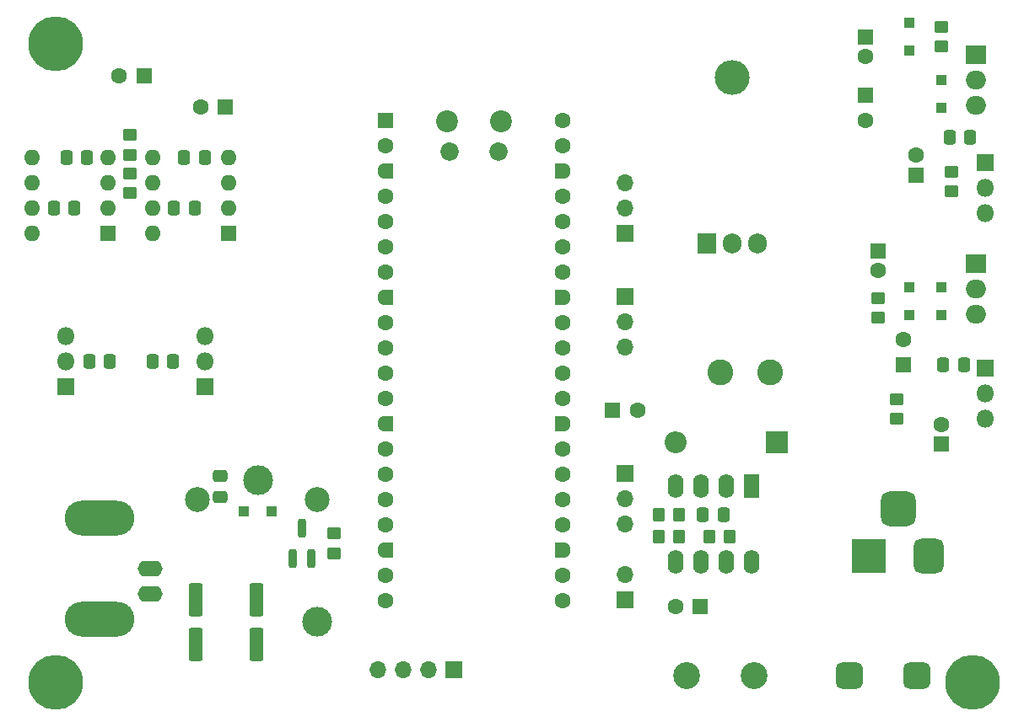
<source format=gbs>
%TF.GenerationSoftware,KiCad,Pcbnew,8.0.1*%
%TF.CreationDate,2024-05-10T19:46:58+02:00*%
%TF.ProjectId,SiganlGen,53696761-6e6c-4476-956e-2e6b69636164,rev?*%
%TF.SameCoordinates,Original*%
%TF.FileFunction,Soldermask,Bot*%
%TF.FilePolarity,Negative*%
%FSLAX46Y46*%
G04 Gerber Fmt 4.6, Leading zero omitted, Abs format (unit mm)*
G04 Created by KiCad (PCBNEW 8.0.1) date 2024-05-10 19:46:58*
%MOMM*%
%LPD*%
G01*
G04 APERTURE LIST*
G04 Aperture macros list*
%AMRoundRect*
0 Rectangle with rounded corners*
0 $1 Rounding radius*
0 $2 $3 $4 $5 $6 $7 $8 $9 X,Y pos of 4 corners*
0 Add a 4 corners polygon primitive as box body*
4,1,4,$2,$3,$4,$5,$6,$7,$8,$9,$2,$3,0*
0 Add four circle primitives for the rounded corners*
1,1,$1+$1,$2,$3*
1,1,$1+$1,$4,$5*
1,1,$1+$1,$6,$7*
1,1,$1+$1,$8,$9*
0 Add four rect primitives between the rounded corners*
20,1,$1+$1,$2,$3,$4,$5,0*
20,1,$1+$1,$4,$5,$6,$7,0*
20,1,$1+$1,$6,$7,$8,$9,0*
20,1,$1+$1,$8,$9,$2,$3,0*%
%AMFreePoly0*
4,1,28,0.605014,0.794986,0.644504,0.794986,0.724698,0.756366,0.780194,0.686777,0.800000,0.600000,0.800000,-0.600000,0.780194,-0.686777,0.724698,-0.756366,0.644504,-0.794986,0.605014,-0.794986,0.600000,-0.800000,0.000000,-0.800000,-0.178017,-0.779942,-0.347107,-0.720775,-0.498792,-0.625465,-0.625465,-0.498792,-0.720775,-0.347107,-0.779942,-0.178017,-0.800000,0.000000,-0.779942,0.178017,
-0.720775,0.347107,-0.625465,0.498792,-0.498792,0.625465,-0.347107,0.720775,-0.178017,0.779942,0.000000,0.800000,0.600000,0.800000,0.605014,0.794986,0.605014,0.794986,$1*%
%AMFreePoly1*
4,1,28,0.178017,0.779942,0.347107,0.720775,0.498792,0.625465,0.625465,0.498792,0.720775,0.347107,0.779942,0.178017,0.800000,0.000000,0.779942,-0.178017,0.720775,-0.347107,0.625465,-0.498792,0.498792,-0.625465,0.347107,-0.720775,0.178017,-0.779942,0.000000,-0.800000,-0.600000,-0.800000,-0.605014,-0.794986,-0.644504,-0.794986,-0.724698,-0.756366,-0.780194,-0.686777,-0.800000,-0.600000,
-0.800000,0.600000,-0.780194,0.686777,-0.724698,0.756366,-0.644504,0.794986,-0.605014,0.794986,-0.600000,0.800000,0.000000,0.800000,0.178017,0.779942,0.178017,0.779942,$1*%
G04 Aperture macros list end*
%ADD10R,1.600000X1.600000*%
%ADD11C,1.600000*%
%ADD12R,1.800000X1.800000*%
%ADD13O,1.800000X1.800000*%
%ADD14R,1.700000X1.700000*%
%ADD15O,1.700000X1.700000*%
%ADD16O,1.600000X1.600000*%
%ADD17C,2.200000*%
%ADD18C,1.850000*%
%ADD19RoundRect,0.200000X-0.600000X-0.600000X0.600000X-0.600000X0.600000X0.600000X-0.600000X0.600000X0*%
%ADD20FreePoly0,0.000000*%
%ADD21FreePoly1,0.000000*%
%ADD22O,3.500000X3.500000*%
%ADD23R,1.905000X2.000000*%
%ADD24O,1.905000X2.000000*%
%ADD25C,5.500000*%
%ADD26R,2.200000X2.200000*%
%ADD27O,2.200000X2.200000*%
%ADD28RoundRect,0.675000X0.675000X0.675000X-0.675000X0.675000X-0.675000X-0.675000X0.675000X-0.675000X0*%
%ADD29C,2.700000*%
%ADD30O,2.500000X1.600000*%
%ADD31O,7.000000X3.500000*%
%ADD32R,2.000000X1.905000*%
%ADD33O,2.000000X1.905000*%
%ADD34R,3.500000X3.500000*%
%ADD35RoundRect,0.750000X0.750000X1.000000X-0.750000X1.000000X-0.750000X-1.000000X0.750000X-1.000000X0*%
%ADD36RoundRect,0.875000X0.875000X0.875000X-0.875000X0.875000X-0.875000X-0.875000X0.875000X-0.875000X0*%
%ADD37R,1.600000X2.400000*%
%ADD38O,1.600000X2.400000*%
%ADD39C,2.600000*%
%ADD40C,3.000000*%
%ADD41C,2.500000*%
%ADD42RoundRect,0.250000X-0.450000X0.350000X-0.450000X-0.350000X0.450000X-0.350000X0.450000X0.350000X0*%
%ADD43RoundRect,0.250000X-0.337500X-0.475000X0.337500X-0.475000X0.337500X0.475000X-0.337500X0.475000X0*%
%ADD44RoundRect,0.250000X0.475000X-0.337500X0.475000X0.337500X-0.475000X0.337500X-0.475000X-0.337500X0*%
%ADD45RoundRect,0.200000X0.200000X-0.750000X0.200000X0.750000X-0.200000X0.750000X-0.200000X-0.750000X0*%
%ADD46RoundRect,0.249999X-0.450001X-1.425001X0.450001X-1.425001X0.450001X1.425001X-0.450001X1.425001X0*%
%ADD47RoundRect,0.250000X0.450000X-0.350000X0.450000X0.350000X-0.450000X0.350000X-0.450000X-0.350000X0*%
%ADD48RoundRect,0.250000X0.300000X-0.300000X0.300000X0.300000X-0.300000X0.300000X-0.300000X-0.300000X0*%
%ADD49RoundRect,0.250000X0.337500X0.475000X-0.337500X0.475000X-0.337500X-0.475000X0.337500X-0.475000X0*%
%ADD50RoundRect,0.250000X-0.350000X-0.450000X0.350000X-0.450000X0.350000X0.450000X-0.350000X0.450000X0*%
%ADD51RoundRect,0.250000X-0.300000X0.300000X-0.300000X-0.300000X0.300000X-0.300000X0.300000X0.300000X0*%
%ADD52RoundRect,0.250000X-0.300000X-0.300000X0.300000X-0.300000X0.300000X0.300000X-0.300000X0.300000X0*%
%ADD53RoundRect,0.250000X0.350000X0.450000X-0.350000X0.450000X-0.350000X-0.450000X0.350000X-0.450000X0*%
G04 APERTURE END LIST*
D10*
%TO.C,C6*%
X171504887Y-72390000D03*
D11*
X174004887Y-72390000D03*
%TD*%
D12*
%TO.C,Q4*%
X116580000Y-69975000D03*
D13*
X116580000Y-67435000D03*
X116580000Y-64895000D03*
%TD*%
D14*
%TO.C,J3*%
X155575000Y-98425000D03*
D15*
X153035000Y-98425000D03*
X150495000Y-98425000D03*
X147955000Y-98425000D03*
%TD*%
D10*
%TO.C,U6*%
X132937500Y-54549800D03*
D16*
X132937500Y-52009800D03*
X132937500Y-49469800D03*
X132937500Y-46929800D03*
X125317500Y-46929800D03*
X125317500Y-49469800D03*
X125317500Y-52009800D03*
X125317500Y-54549800D03*
%TD*%
D14*
%TO.C,J5*%
X172720000Y-78740000D03*
D15*
X172720000Y-81280000D03*
X172720000Y-83820000D03*
%TD*%
D14*
%TO.C,J6*%
X172720000Y-60960000D03*
D15*
X172720000Y-63500000D03*
X172720000Y-66040000D03*
%TD*%
D17*
%TO.C,U1*%
X154875000Y-43337500D03*
D18*
X155175000Y-46367500D03*
X160025000Y-46367500D03*
D17*
X160325000Y-43337500D03*
D19*
X148710000Y-43207500D03*
D11*
X148710000Y-45747500D03*
D20*
X148710000Y-48287500D03*
D11*
X148710000Y-50827500D03*
X148710000Y-53367500D03*
X148710000Y-55907500D03*
X148710000Y-58447500D03*
D20*
X148710000Y-60987500D03*
D11*
X148710000Y-63527500D03*
X148710000Y-66067500D03*
X148710000Y-68607500D03*
X148710000Y-71147500D03*
D20*
X148710000Y-73687500D03*
D11*
X148710000Y-76227500D03*
X148710000Y-78767500D03*
X148710000Y-81307500D03*
X148710000Y-83847500D03*
D20*
X148710000Y-86387500D03*
D11*
X148710000Y-88927500D03*
X148710000Y-91467500D03*
X166490000Y-91467500D03*
X166490000Y-88927500D03*
D21*
X166490000Y-86387500D03*
D11*
X166490000Y-83847500D03*
X166490000Y-81307500D03*
X166490000Y-78767500D03*
X166490000Y-76227500D03*
D21*
X166490000Y-73687500D03*
D11*
X166490000Y-71147500D03*
X166490000Y-68607500D03*
X166490000Y-66067500D03*
X166490000Y-63527500D03*
D21*
X166490000Y-60987500D03*
D11*
X166490000Y-58447500D03*
X166490000Y-55907500D03*
X166490000Y-53367500D03*
X166490000Y-50827500D03*
D21*
X166490000Y-48287500D03*
D11*
X166490000Y-45747500D03*
X166490000Y-43207500D03*
%TD*%
D22*
%TO.C,U3*%
X183515000Y-38925000D03*
D23*
X180975000Y-55585000D03*
D24*
X183515000Y-55585000D03*
X186055000Y-55585000D03*
%TD*%
D12*
%TO.C,Q1*%
X208915000Y-47447556D03*
D13*
X208915000Y-49987556D03*
X208915000Y-52527556D03*
%TD*%
D25*
%TO.C,REF\u002A\u002A*%
X115570000Y-35560000D03*
%TD*%
%TO.C,REF\u002A\u002A*%
X115570000Y-99695000D03*
%TD*%
D14*
%TO.C,J7*%
X172720000Y-54610000D03*
D15*
X172720000Y-52070000D03*
X172720000Y-49530000D03*
%TD*%
D26*
%TO.C,D2*%
X187950000Y-75555000D03*
D27*
X177790000Y-75555000D03*
%TD*%
D10*
%TO.C,C22*%
X124460000Y-38735000D03*
D11*
X121960000Y-38735000D03*
%TD*%
D10*
%TO.C,C7*%
X201930000Y-48717556D03*
D11*
X201930000Y-46717556D03*
%TD*%
D28*
%TO.C,F1*%
X202055000Y-99060000D03*
X195295000Y-99060000D03*
D29*
X185705000Y-99060000D03*
X178945000Y-99060000D03*
%TD*%
D30*
%TO.C,J2*%
X125095000Y-88265000D03*
D31*
X120015000Y-93345000D03*
D30*
X125095000Y-90805000D03*
D31*
X120015000Y-83185000D03*
%TD*%
D32*
%TO.C,U5*%
X207962500Y-57607556D03*
D33*
X207962500Y-60147556D03*
X207962500Y-62687556D03*
%TD*%
D32*
%TO.C,U4*%
X207985000Y-36652556D03*
D33*
X207985000Y-39192556D03*
X207985000Y-41732556D03*
%TD*%
D34*
%TO.C,J1*%
X197200000Y-86995000D03*
D35*
X203200000Y-86995000D03*
D36*
X200200000Y-82295000D03*
%TD*%
D10*
%TO.C,C8*%
X204470000Y-75772556D03*
D11*
X204470000Y-73772556D03*
%TD*%
D10*
%TO.C,C23*%
X132650113Y-41910000D03*
D11*
X130150113Y-41910000D03*
%TD*%
D37*
%TO.C,U2*%
X185410000Y-80010000D03*
D38*
X182870000Y-80010000D03*
X180330000Y-80010000D03*
X177790000Y-80010000D03*
X177790000Y-87630000D03*
X180330000Y-87630000D03*
X182870000Y-87630000D03*
X185410000Y-87630000D03*
%TD*%
D10*
%TO.C,C13*%
X196850000Y-40704888D03*
D11*
X196850000Y-43204888D03*
%TD*%
D12*
%TO.C,Q5*%
X130550000Y-69975000D03*
D13*
X130550000Y-67435000D03*
X130550000Y-64895000D03*
%TD*%
D10*
%TO.C,C2*%
X180290000Y-92065000D03*
D11*
X177790000Y-92065000D03*
%TD*%
D10*
%TO.C,U7*%
X120882500Y-54539800D03*
D16*
X120882500Y-51999800D03*
X120882500Y-49459800D03*
X120882500Y-46919800D03*
X113262500Y-46919800D03*
X113262500Y-49459800D03*
X113262500Y-51999800D03*
X113262500Y-54539800D03*
%TD*%
D14*
%TO.C,J4*%
X172720000Y-91440000D03*
D15*
X172720000Y-88900000D03*
%TD*%
D25*
%TO.C,REF\u002A\u002A*%
X207645000Y-99695000D03*
%TD*%
D10*
%TO.C,C12*%
X198120000Y-56337556D03*
D11*
X198120000Y-58337556D03*
%TD*%
D39*
%TO.C,L1*%
X187315000Y-68580000D03*
X182315000Y-68580000D03*
%TD*%
D40*
%TO.C,K1*%
X135890000Y-79375000D03*
X141890000Y-93575000D03*
D41*
X129840000Y-81325000D03*
X141840000Y-81325000D03*
%TD*%
D10*
%TO.C,C11*%
X196850000Y-34811056D03*
D11*
X196850000Y-36811056D03*
%TD*%
D10*
%TO.C,C14*%
X200660000Y-67767556D03*
D11*
X200660000Y-65267556D03*
%TD*%
D12*
%TO.C,Q2*%
X208907500Y-68085056D03*
D13*
X208907500Y-70625056D03*
X208907500Y-73165056D03*
%TD*%
D42*
%TO.C,R5*%
X200025000Y-71212556D03*
X200025000Y-73212556D03*
%TD*%
D43*
%TO.C,C21*%
X116680000Y-46929800D03*
X118755000Y-46929800D03*
%TD*%
D44*
%TO.C,C24*%
X132080000Y-81047500D03*
X132080000Y-78972500D03*
%TD*%
D45*
%TO.C,Q6*%
X141285000Y-87225000D03*
X139385000Y-87225000D03*
X140335000Y-84225000D03*
%TD*%
D46*
%TO.C,R36*%
X129665000Y-95885000D03*
X135765000Y-95885000D03*
%TD*%
D47*
%TO.C,R9*%
X198112500Y-63052556D03*
X198112500Y-61052556D03*
%TD*%
D43*
%TO.C,C20*%
X115410000Y-52009800D03*
X117485000Y-52009800D03*
%TD*%
D46*
%TO.C,R35*%
X129665000Y-91440000D03*
X135765000Y-91440000D03*
%TD*%
D48*
%TO.C,D3*%
X204462500Y-62817556D03*
X204462500Y-60017556D03*
%TD*%
%TO.C,D4*%
X204470000Y-41926056D03*
X204470000Y-39126056D03*
%TD*%
D43*
%TO.C,C10*%
X204702500Y-67767556D03*
X206777500Y-67767556D03*
%TD*%
D49*
%TO.C,C9*%
X207412500Y-44907556D03*
X205337500Y-44907556D03*
%TD*%
D50*
%TO.C,R3*%
X176165000Y-85080000D03*
X178165000Y-85080000D03*
%TD*%
D48*
%TO.C,D5*%
X201295000Y-36211056D03*
X201295000Y-33411056D03*
%TD*%
D42*
%TO.C,R37*%
X123092300Y-48530000D03*
X123092300Y-50530000D03*
%TD*%
%TO.C,R4*%
X205480000Y-48352556D03*
X205480000Y-50352556D03*
%TD*%
D50*
%TO.C,R1*%
X181235000Y-85080000D03*
X183235000Y-85080000D03*
%TD*%
D42*
%TO.C,R33*%
X143510000Y-84725000D03*
X143510000Y-86725000D03*
%TD*%
D51*
%TO.C,D6*%
X201287500Y-60017556D03*
X201287500Y-62817556D03*
%TD*%
D43*
%TO.C,C19*%
X125327500Y-67435000D03*
X127402500Y-67435000D03*
%TD*%
D49*
%TO.C,C3*%
X182637500Y-82810000D03*
X180562500Y-82810000D03*
%TD*%
D52*
%TO.C,D7*%
X134490000Y-82550000D03*
X137290000Y-82550000D03*
%TD*%
D53*
%TO.C,R2*%
X178155000Y-82810000D03*
X176155000Y-82810000D03*
%TD*%
D43*
%TO.C,C18*%
X118977500Y-67435000D03*
X121052500Y-67435000D03*
%TD*%
%TO.C,C16*%
X127465000Y-52009800D03*
X129540000Y-52009800D03*
%TD*%
%TO.C,C17*%
X128502500Y-46929800D03*
X130577500Y-46929800D03*
%TD*%
D42*
%TO.C,R8*%
X204470000Y-33811056D03*
X204470000Y-35811056D03*
%TD*%
%TO.C,R44*%
X123092300Y-44669200D03*
X123092300Y-46669200D03*
%TD*%
M02*

</source>
